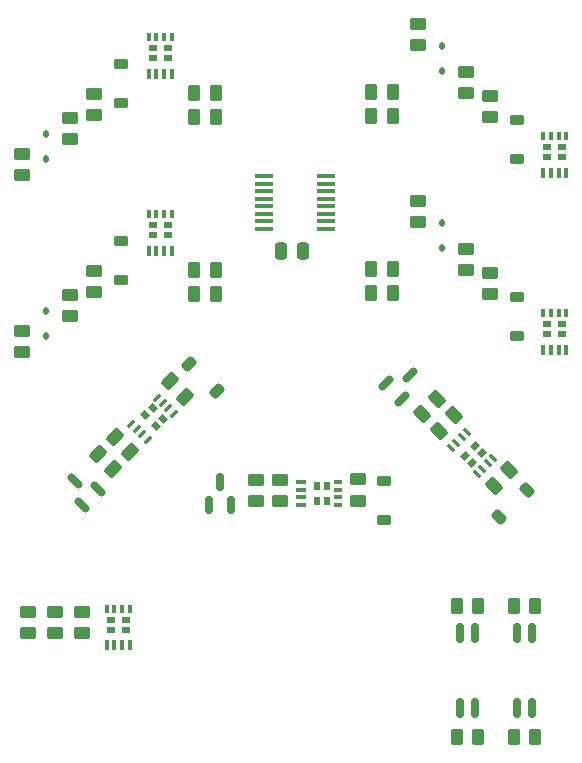
<source format=gbr>
%TF.GenerationSoftware,KiCad,Pcbnew,7.0.6*%
%TF.CreationDate,2024-02-09T06:01:19-06:00*%
%TF.ProjectId,BPS-LeaderDaughter,4250532d-4c65-4616-9465-724461756768,rev?*%
%TF.SameCoordinates,Original*%
%TF.FileFunction,Paste,Bot*%
%TF.FilePolarity,Positive*%
%FSLAX46Y46*%
G04 Gerber Fmt 4.6, Leading zero omitted, Abs format (unit mm)*
G04 Created by KiCad (PCBNEW 7.0.6) date 2024-02-09 06:01:19*
%MOMM*%
%LPD*%
G01*
G04 APERTURE LIST*
G04 Aperture macros list*
%AMRoundRect*
0 Rectangle with rounded corners*
0 $1 Rounding radius*
0 $2 $3 $4 $5 $6 $7 $8 $9 X,Y pos of 4 corners*
0 Add a 4 corners polygon primitive as box body*
4,1,4,$2,$3,$4,$5,$6,$7,$8,$9,$2,$3,0*
0 Add four circle primitives for the rounded corners*
1,1,$1+$1,$2,$3*
1,1,$1+$1,$4,$5*
1,1,$1+$1,$6,$7*
1,1,$1+$1,$8,$9*
0 Add four rect primitives between the rounded corners*
20,1,$1+$1,$2,$3,$4,$5,0*
20,1,$1+$1,$4,$5,$6,$7,0*
20,1,$1+$1,$6,$7,$8,$9,0*
20,1,$1+$1,$8,$9,$2,$3,0*%
%AMRotRect*
0 Rectangle, with rotation*
0 The origin of the aperture is its center*
0 $1 length*
0 $2 width*
0 $3 Rotation angle, in degrees counterclockwise*
0 Add horizontal line*
21,1,$1,$2,0,0,$3*%
G04 Aperture macros list end*
%ADD10RoundRect,0.225000X-0.375000X0.225000X-0.375000X-0.225000X0.375000X-0.225000X0.375000X0.225000X0*%
%ADD11RoundRect,0.250000X-0.132583X0.503814X-0.503814X0.132583X0.132583X-0.503814X0.503814X-0.132583X0*%
%ADD12RotRect,0.830000X0.300000X45.000000*%
%ADD13RotRect,0.510000X0.635000X45.000000*%
%ADD14RotRect,0.750000X0.300000X45.000000*%
%ADD15RoundRect,0.250000X-0.262500X-0.450000X0.262500X-0.450000X0.262500X0.450000X-0.262500X0.450000X0*%
%ADD16RoundRect,0.250000X-0.450000X0.262500X-0.450000X-0.262500X0.450000X-0.262500X0.450000X0.262500X0*%
%ADD17RoundRect,0.225000X-0.424264X-0.106066X-0.106066X-0.424264X0.424264X0.106066X0.106066X0.424264X0*%
%ADD18RoundRect,0.250000X0.262500X0.450000X-0.262500X0.450000X-0.262500X-0.450000X0.262500X-0.450000X0*%
%ADD19RotRect,0.830000X0.300000X315.000000*%
%ADD20RotRect,0.510000X0.635000X315.000000*%
%ADD21RotRect,0.750000X0.300000X315.000000*%
%ADD22RoundRect,0.250000X0.450000X-0.262500X0.450000X0.262500X-0.450000X0.262500X-0.450000X-0.262500X0*%
%ADD23RoundRect,0.250000X-0.503814X-0.132583X-0.132583X-0.503814X0.503814X0.132583X0.132583X0.503814X0*%
%ADD24R,1.600000X0.410000*%
%ADD25R,0.300000X0.830000*%
%ADD26R,0.635000X0.510000*%
%ADD27R,0.300000X0.750000*%
%ADD28RoundRect,0.150000X0.521491X-0.309359X-0.309359X0.521491X-0.521491X0.309359X0.309359X-0.521491X0*%
%ADD29RoundRect,0.150000X-0.150000X0.662500X-0.150000X-0.662500X0.150000X-0.662500X0.150000X0.662500X0*%
%ADD30RoundRect,0.250000X0.503814X0.132583X0.132583X0.503814X-0.503814X-0.132583X-0.132583X-0.503814X0*%
%ADD31RoundRect,0.250000X0.132583X-0.503814X0.503814X-0.132583X-0.132583X0.503814X-0.503814X0.132583X0*%
%ADD32RoundRect,0.112500X-0.112500X0.187500X-0.112500X-0.187500X0.112500X-0.187500X0.112500X0.187500X0*%
%ADD33RoundRect,0.225000X-0.106066X0.424264X-0.424264X0.106066X0.106066X-0.424264X0.424264X-0.106066X0*%
%ADD34RoundRect,0.150000X0.150000X-0.587500X0.150000X0.587500X-0.150000X0.587500X-0.150000X-0.587500X0*%
%ADD35RoundRect,0.250000X0.250000X0.475000X-0.250000X0.475000X-0.250000X-0.475000X0.250000X-0.475000X0*%
%ADD36RoundRect,0.150000X-0.309359X-0.521491X0.521491X0.309359X0.309359X0.521491X-0.521491X-0.309359X0*%
%ADD37R,0.830000X0.300000*%
%ADD38R,0.510000X0.635000*%
%ADD39R,0.750000X0.300000*%
G04 APERTURE END LIST*
D10*
%TO.C,D15*%
X137414000Y-55589321D03*
X137414000Y-58889321D03*
%TD*%
D11*
%TO.C,R11*%
X170287297Y-75000119D03*
X168996827Y-76290589D03*
%TD*%
D12*
%TO.C,Q2*%
X138286236Y-71035372D03*
X138745855Y-71494991D03*
X139205475Y-71954611D03*
X139665094Y-72414230D03*
D13*
X139466397Y-70348771D03*
X140351695Y-71234069D03*
X140074509Y-69740659D03*
X140959807Y-70625957D03*
D14*
X140485338Y-68836270D03*
X140944957Y-69295889D03*
X141404577Y-69755509D03*
X141864196Y-70215128D03*
%TD*%
D15*
%TO.C,R25*%
X158599500Y-42926000D03*
X160424500Y-42926000D03*
%TD*%
D16*
%TO.C,R33*%
X133096000Y-60136821D03*
X133096000Y-61961821D03*
%TD*%
D10*
%TO.C,D11*%
X137414000Y-40603321D03*
X137414000Y-43903321D03*
%TD*%
D16*
%TO.C,R39*%
X166624000Y-56237500D03*
X166624000Y-58062500D03*
%TD*%
D17*
%TO.C,D4*%
X143189315Y-65966831D03*
X145522767Y-68300283D03*
%TD*%
D16*
%TO.C,R15*%
X157480000Y-75763000D03*
X157480000Y-77588000D03*
%TD*%
D18*
%TO.C,R20*%
X145438500Y-43015321D03*
X143613500Y-43015321D03*
%TD*%
D16*
%TO.C,R29*%
X166624000Y-41251500D03*
X166624000Y-43076500D03*
%TD*%
D19*
%TO.C,Q3*%
X166708629Y-71738236D03*
X166249010Y-72197855D03*
X165789390Y-72657475D03*
X165329771Y-73117094D03*
D20*
X167395230Y-72918397D03*
X166509932Y-73803695D03*
X168003342Y-73526509D03*
X167118044Y-74411807D03*
D21*
X168907731Y-73937338D03*
X168448112Y-74396957D03*
X167988492Y-74856577D03*
X167528873Y-75316196D03*
%TD*%
D10*
%TO.C,D17*%
X170942000Y-60326000D03*
X170942000Y-63626000D03*
%TD*%
D22*
%TO.C,R27*%
X168656000Y-45108500D03*
X168656000Y-43283500D03*
%TD*%
D23*
%TO.C,R7*%
X141548119Y-67456704D03*
X142838589Y-68747174D03*
%TD*%
D15*
%TO.C,R35*%
X158599500Y-57912000D03*
X160424500Y-57912000D03*
%TD*%
D24*
%TO.C,IC1*%
X149491700Y-54546500D03*
X149491700Y-53911500D03*
X149491700Y-53276500D03*
X149491700Y-52641500D03*
X149491700Y-52006500D03*
X149491700Y-51371500D03*
X149491700Y-50736500D03*
X149491700Y-50101500D03*
X154800300Y-50101500D03*
X154800300Y-50736500D03*
X154800300Y-51371500D03*
X154800300Y-52006500D03*
X154800300Y-52641500D03*
X154800300Y-53276500D03*
X154800300Y-53911500D03*
X154800300Y-54546500D03*
%TD*%
D15*
%TO.C,R16*%
X170652750Y-97536000D03*
X172477750Y-97536000D03*
%TD*%
D25*
%TO.C,Q1*%
X136185000Y-89824000D03*
X136835000Y-89824000D03*
X137485000Y-89824000D03*
X138135000Y-89824000D03*
D26*
X136534000Y-88504000D03*
X137786000Y-88504000D03*
X136534000Y-87644000D03*
X137786000Y-87644000D03*
D27*
X136185000Y-86714000D03*
X136835000Y-86714000D03*
X137485000Y-86714000D03*
X138135000Y-86714000D03*
%TD*%
D16*
%TO.C,R14*%
X150876000Y-75795500D03*
X150876000Y-77620500D03*
%TD*%
D28*
%TO.C,D2*%
X135468770Y-76557522D03*
X134125267Y-77901025D03*
X133471193Y-75903448D03*
%TD*%
D25*
%TO.C,Q6*%
X173151000Y-49810818D03*
X173801000Y-49810818D03*
X174451000Y-49810818D03*
X175101000Y-49810818D03*
D26*
X173500000Y-48490818D03*
X174752000Y-48490818D03*
X173500000Y-47630818D03*
X174752000Y-47630818D03*
D27*
X173151000Y-46700818D03*
X173801000Y-46700818D03*
X174451000Y-46700818D03*
X175101000Y-46700818D03*
%TD*%
D25*
%TO.C,Q5*%
X139741000Y-41399321D03*
X140391000Y-41399321D03*
X141041000Y-41399321D03*
X141691000Y-41399321D03*
D26*
X140090000Y-40079321D03*
X141342000Y-40079321D03*
X140090000Y-39219321D03*
X141342000Y-39219321D03*
D27*
X139741000Y-38289321D03*
X140391000Y-38289321D03*
X141041000Y-38289321D03*
X141691000Y-38289321D03*
%TD*%
D10*
%TO.C,D13*%
X170942000Y-45340000D03*
X170942000Y-48640000D03*
%TD*%
D22*
%TO.C,R13*%
X148844000Y-77620500D03*
X148844000Y-75795500D03*
%TD*%
D29*
%TO.C,U2*%
X166104250Y-88760500D03*
X167374250Y-88760500D03*
X167374250Y-95135500D03*
X166104250Y-95135500D03*
%TD*%
D16*
%TO.C,R23*%
X133096000Y-45150821D03*
X133096000Y-46975821D03*
%TD*%
D30*
%TO.C,R5*%
X136754997Y-74876729D03*
X135464527Y-73586259D03*
%TD*%
D15*
%TO.C,R18*%
X165826750Y-97536000D03*
X167651750Y-97536000D03*
%TD*%
D31*
%TO.C,R9*%
X162867272Y-70206997D03*
X164157742Y-68916527D03*
%TD*%
D18*
%TO.C,R21*%
X145438500Y-45047321D03*
X143613500Y-45047321D03*
%TD*%
D29*
%TO.C,U1*%
X170930250Y-88760500D03*
X172200250Y-88760500D03*
X172200250Y-95135500D03*
X170930250Y-95135500D03*
%TD*%
D32*
%TO.C,D18*%
X164592000Y-54068000D03*
X164592000Y-56168000D03*
%TD*%
D18*
%TO.C,R30*%
X145438500Y-58001321D03*
X143613500Y-58001321D03*
%TD*%
D16*
%TO.C,R2*%
X129540000Y-86971500D03*
X129540000Y-88796500D03*
%TD*%
D32*
%TO.C,D14*%
X164592000Y-39082000D03*
X164592000Y-41182000D03*
%TD*%
D25*
%TO.C,Q8*%
X173151000Y-64796818D03*
X173801000Y-64796818D03*
X174451000Y-64796818D03*
X175101000Y-64796818D03*
D26*
X173500000Y-63476818D03*
X174752000Y-63476818D03*
X173500000Y-62616818D03*
X174752000Y-62616818D03*
D27*
X173151000Y-61686818D03*
X173801000Y-61686818D03*
X174451000Y-61686818D03*
X175101000Y-61686818D03*
%TD*%
D33*
%TO.C,D7*%
X171777170Y-76641315D03*
X169443718Y-78974767D03*
%TD*%
D16*
%TO.C,R34*%
X129032000Y-63184821D03*
X129032000Y-65009821D03*
%TD*%
D34*
%TO.C,D8*%
X146746000Y-77899500D03*
X144846000Y-77899500D03*
X145796000Y-76024500D03*
%TD*%
D18*
%TO.C,R17*%
X172477750Y-86487000D03*
X170652750Y-86487000D03*
%TD*%
D16*
%TO.C,R38*%
X162560000Y-52173500D03*
X162560000Y-53998500D03*
%TD*%
%TO.C,R24*%
X129032000Y-48198821D03*
X129032000Y-50023821D03*
%TD*%
%TO.C,R28*%
X162560000Y-37187500D03*
X162560000Y-39012500D03*
%TD*%
D35*
%TO.C,C1*%
X152842000Y-56388000D03*
X150942000Y-56388000D03*
%TD*%
D22*
%TO.C,R37*%
X168656000Y-60094500D03*
X168656000Y-58269500D03*
%TD*%
D25*
%TO.C,Q7*%
X139741000Y-56385321D03*
X140391000Y-56385321D03*
X141041000Y-56385321D03*
X141691000Y-56385321D03*
D26*
X140090000Y-55065321D03*
X141342000Y-55065321D03*
X140090000Y-54205321D03*
X141342000Y-54205321D03*
D27*
X139741000Y-53275321D03*
X140391000Y-53275321D03*
X141041000Y-53275321D03*
X141691000Y-53275321D03*
%TD*%
D15*
%TO.C,R26*%
X158599500Y-44958000D03*
X160424500Y-44958000D03*
%TD*%
D16*
%TO.C,R1*%
X131826000Y-86971500D03*
X131826000Y-88796500D03*
%TD*%
%TO.C,R32*%
X135128000Y-58104821D03*
X135128000Y-59929821D03*
%TD*%
%TO.C,R22*%
X135128000Y-43118821D03*
X135128000Y-44943821D03*
%TD*%
D15*
%TO.C,R19*%
X165826750Y-86487000D03*
X167651750Y-86487000D03*
%TD*%
%TO.C,R36*%
X158599500Y-59944000D03*
X160424500Y-59944000D03*
%TD*%
D36*
%TO.C,D5*%
X161186479Y-68920770D03*
X159842976Y-67577267D03*
X161840553Y-66923193D03*
%TD*%
D32*
%TO.C,D16*%
X131064000Y-61523321D03*
X131064000Y-63623321D03*
%TD*%
D23*
%TO.C,R6*%
X136901368Y-72149418D03*
X138191838Y-73439888D03*
%TD*%
D10*
%TO.C,D10*%
X159694000Y-75870000D03*
X159694000Y-79170000D03*
%TD*%
D37*
%TO.C,Q4*%
X152643000Y-75987000D03*
X152643000Y-76637000D03*
X152643000Y-77287000D03*
X152643000Y-77937000D03*
D38*
X153963000Y-76336000D03*
X153963000Y-77588000D03*
X154823000Y-76336000D03*
X154823000Y-77588000D03*
D39*
X155753000Y-75987000D03*
X155753000Y-76637000D03*
X155753000Y-77287000D03*
X155753000Y-77937000D03*
%TD*%
D32*
%TO.C,D12*%
X131064000Y-46537321D03*
X131064000Y-48637321D03*
%TD*%
D11*
%TO.C,R10*%
X165594583Y-70353368D03*
X164304113Y-71643838D03*
%TD*%
D16*
%TO.C,R3*%
X134112000Y-86971500D03*
X134112000Y-88796500D03*
%TD*%
D18*
%TO.C,R31*%
X145438500Y-60033321D03*
X143613500Y-60033321D03*
%TD*%
M02*

</source>
